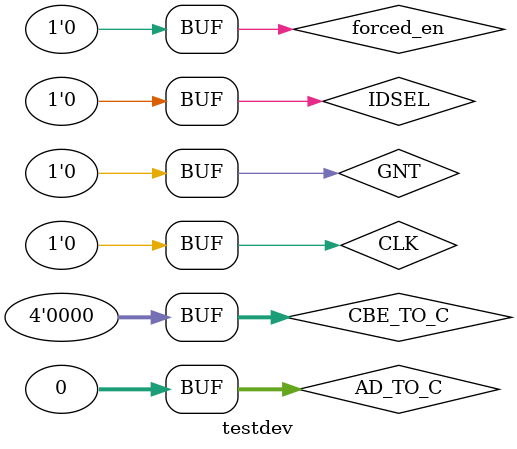
<source format=v>
`timescale 1ns / 1ps


module testdev;

	// Inputs
	reg IDSEL;
	reg CLK;
	reg GNT;
	reg [31:0] AD_TO_C;
	reg forced_en;
	reg [3:0] CBE_TO_C;

	// Outputs
	wire Frame;
	wire REQ;

	// Bidirs
	wire [31:0] AD;
	wire [3:0] C_BE;
	wire TRDY;
	wire IRDY;
	wire DEVSEL;

	// Instantiate the Unit Under Test (UUT)
	PCI_DEV uut (
		.AD(AD), 
		.C_BE(C_BE), 
		.Frame(Frame), 
		.TRDY(TRDY), 
		.IRDY(IRDY), 
		.DEVSEL(DEVSEL), 
		.IDSEL(IDSEL), 
		.CLK(CLK), 
		.GNT(GNT), 
		.REQ(REQ), 
		.AD_TO_C(AD_TO_C), 
		.forced_en(forced_en), 
		.CBE_TO_C(CBE_TO_C)
	);

	initial begin
		// Initialize Inputs
		IDSEL = 0;
		CLK = 0;
		GNT = 0;
		AD_TO_C = 0;
		forced_en = 0;
		CBE_TO_C = 0;

		// Wait 100 ns for global reset to finish
		#100;
        
		// Add stimulus here

	end
      
endmodule


</source>
